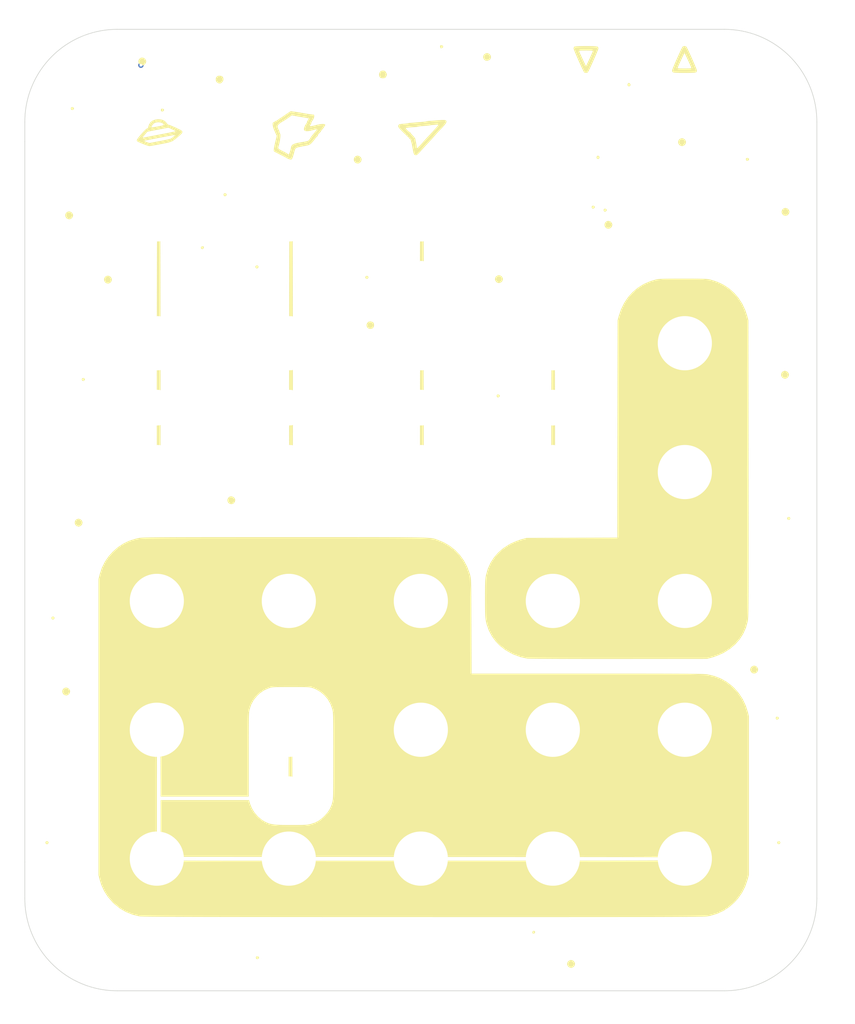
<source format=kicad_pcb>
(kicad_pcb (version 20211014) (generator pcbnew)
  (layers (0 "F.Cu" signal) (31 "B.Cu" signal) (34 "B.Paste" user) (35 "F.Paste" user) (36 "B.SilkS" user "B.Silkscreen") (37 "F.SilkS" user "F.Silkscreen") (38 "B.Mask" user) (39 "F.Mask" user) (44 "Edge.Cuts" user))
  (net 0 "")
  (net 1 "GND")
  (footprint "MyLibraryFootprints:MyThroughHole" (layer "F.Cu") (at 186 107)
    (fp_text reference "H14" hide)
    (fp_text value "MountingHoleBig")
    (pad "" np_thru_hole circle (at 0 0) (size 8.2 8.2) (drill 8.2) (layers F&B.Cu *.Mask))
  )
  (footprint "MyLibraryFootprints:MyThroughHole" (layer "F.Cu") (at 186 68)
    (fp_text reference "H18" hide)
    (fp_text value "MountingHoleBig")
    (pad "" np_thru_hole circle (at 0 0) (size 8.2 8.2) (drill 8.2) (layers F&B.Cu *.Mask))
  )
  (footprint "MyLibraryFootprints:MyThroughHoleLed" (layer "F.Cu") (at 186 97.25)
    (fp_text reference "H6" hide)
    (fp_text value "MountingHoleLed")
    (pad "" np_thru_hole circle (at 0 0) (size 5.4 5.4) (drill 5.4) (layers F&B.Cu *.Mask))
  )
  (footprint "MyLibraryFootprints:MyThroughHole" (layer "F.Cu") (at 206 146)
    (fp_text reference "H30" hide)
    (fp_text value "MountingHoleBig")
    (pad "" np_thru_hole circle (at 0 0) (size 8.2 8.2) (drill 8.2) (layers F&B.Cu *.Mask))
  )
  (footprint "MyLibraryFootprints:MyThroughHoleLed" (layer "F.Cu") (at 206 77.75)
    (fp_text reference "H5" hide)
    (fp_text value "MountingHoleLed")
    (pad "" np_thru_hole circle (at 0 0) (size 5.4 5.4) (drill 5.4) (layers F&B.Cu *.Mask))
  )
  (footprint "MyLibraryFootprints:MyThroughHoleLed" (layer "F.Cu") (at 186 155.75)
    (fp_text reference "H1" hide)
    (fp_text value "MountingHoleLed")
    (pad "" np_thru_hole circle (at 0 0) (size 5.4 5.4) (drill 5.4) (layers F&B.Cu *.Mask))
  )
  (footprint "MyLibraryFootprints:MyThroughHole" (layer "F.Cu") (at 186 87.5)
    (fp_text reference "H21" hide)
    (fp_text value "MountingHoleBig")
    (pad "" np_thru_hole circle (at 0 0) (size 8.2 8.2) (drill 8.2) (layers F&B.Cu *.Mask))
  )
  (footprint "MyLibraryFootprints:MyThroughHole" (layer "F.Cu") (at 186 165.5)
    (fp_text reference "H20" hide)
    (fp_text value "MountingHoleBig")
    (pad "" np_thru_hole circle (at 0 0) (size 8.2 8.2) (drill 8.2) (layers F&B.Cu *.Mask))
  )
  (footprint "MyLibraryFootprints:MyThroughHole" (layer "F.Cu") (at 166 146)
    (fp_text reference "H25" hide)
    (fp_text value "MountingHoleBig")
    (pad "" np_thru_hole circle (at 0 0) (size 8.2 8.2) (drill 8.2) (layers F&B.Cu *.Mask))
  )
  (footprint "MyLibraryFootprints:MyThroughHole" (layer "F.Cu") (at 206 126.5)
    (fp_text reference "H16" hide)
    (fp_text value "MountingHoleBig")
    (pad "" np_thru_hole circle (at 0 0) (size 8.2 8.2) (drill 8.2) (layers F&B.Cu *.Mask))
  )
  (footprint "MyLibraryFootprints:MyThroughHole" (layer "F.Cu") (at 226 87.5)
    (fp_text reference "H19" hide)
    (fp_text value "MountingHoleBig")
    (pad "" np_thru_hole circle (at 0 0) (size 8.2 8.2) (drill 8.2) (layers F&B.Cu *.Mask))
  )
  (footprint "MyLibraryFootprints:MyThroughHole" (layer "F.Cu") (at 166 107)
    (fp_text reference "H8" hide)
    (fp_text value "MountingHoleBig")
    (pad "" np_thru_hole circle (at 0 0) (size 8.2 8.2) (drill 8.2) (layers F&B.Cu *.Mask))
  )
  (footprint "MyLibraryFootprints:MyThroughHole" (layer "F.Cu") (at 226 68)
    (fp_text reference "H36" hide)
    (fp_text value "MountingHoleBig")
    (pad "" np_thru_hole circle (at 0 0) (size 8.2 8.2) (drill 8.2) (layers F&B.Cu *.Mask))
  )
  (footprint "MyLibraryFootprints:MyThroughHole" (layer "F.Cu") (at 226 165.5)
    (fp_text reference "H11" hide)
    (fp_text value "MountingHoleBig")
    (pad "" np_thru_hole circle (at 0 0) (size 8.2 8.2) (drill 8.2) (layers F&B.Cu *.Mask))
  )
  (footprint "MyLibraryFootprints:MyThroughHoleLed" (layer "F.Cu") (at 206 97.25)
    (fp_text reference "H4" hide)
    (fp_text value "MountingHoleLed")
    (pad "" np_thru_hole circle (at 0 0) (size 5.4 5.4) (drill 5.4) (layers F&B.Cu *.Mask))
  )
  (footprint "MyLibraryFootprints:MyThroughHole" (layer "F.Cu") (at 166 126.5)
    (fp_text reference "H26" hide)
    (fp_text value "MountingHoleBig")
    (pad "" np_thru_hole circle (at 0 0) (size 8.2 8.2) (drill 8.2) (layers F&B.Cu *.Mask))
  )
  (footprint "MyLibraryFootprints:MyThroughHole" (layer "F.Cu") (at 166 165.5)
    (fp_text reference "H31" hide)
    (fp_text value "MountingHoleBig")
    (pad "" np_thru_hole circle (at 0 0) (size 8.2 8.2) (drill 8.2) (layers F&B.Cu *.Mask))
  )
  (footprint "MyLibraryFootprints:MyThroughHole" (layer "F.Cu") (at 226 146)
    (fp_text reference "H17" hide)
    (fp_text value "MountingHoleBig")
    (pad "" np_thru_hole circle (at 0 0) (size 8.2 8.2) (drill 8.2) (layers F&B.Cu *.Mask))
  )
  (footprint "MyLibraryFootprints:MyThroughHole" (layer "F.Cu") (at 206 87.5)
    (fp_text reference "H33" hide)
    (fp_text value "MountingHoleBig")
    (pad "" np_thru_hole circle (at 0 0) (size 8.2 8.2) (drill 8.2) (layers F&B.Cu *.Mask))
  )
  (footprint "MyLibraryFootprints:MyThroughHole" (layer "F.Cu") (at 246 68)
    (fp_text reference "H22" hide)
    (fp_text value "MountingHoleBig")
    (pad "" np_thru_hole circle (at 0 0) (size 8.2 8.2) (drill 8.2) (layers F&B.Cu *.Mask))
  )
  (footprint "MyLibraryFootprints:MyThroughHoleLed" (layer "F.Cu") (at 226 97.25)
    (fp_text reference "H3" hide)
    (fp_text value "MountingHoleLed")
    (pad "" np_thru_hole circle (at 0 0) (size 5.4 5.4) (drill 5.4) (layers F&B.Cu *.Mask))
  )
  (footprint "MyLibraryFootprints:MyThroughHoleLed" (layer "F.Cu") (at 166 97.25)
    (fp_text reference "H2" hide)
    (fp_text value "MountingHoleLed")
    (pad "" np_thru_hole circle (at 0 0) (size 5.4 5.4) (drill 5.4) (layers F&B.Cu *.Mask))
  )
  (footprint "MyLibraryFootprints:MyThroughHole" (layer "F.Cu") (at 186 146)
    (fp_text reference "H23" hide)
    (fp_text value "MountingHoleBig")
    (pad "" np_thru_hole circle (at 0 0) (size 8.2 8.2) (drill 8.2) (layers F&B.Cu *.Mask))
  )
  (footprint "MyLibraryFootprints:MyThroughHole" (layer "F.Cu") (at 186 126.5)
    (fp_text reference "H32" hide)
    (fp_text value "MountingHoleBig")
    (pad "" np_thru_hole circle (at 0 0) (size 8.2 8.2) (drill 8.2) (layers F&B.Cu *.Mask))
  )
  (footprint "MyLibraryFootprints:MyThroughHole" (layer "F.Cu") (at 246 107)
    (fp_text reference "H28" hide)
    (fp_text value "MountingHoleBig")
    (pad "" np_thru_hole circle (at 0 0) (size 8.2 8.2) (drill 8.2) (layers F&B.Cu *.Mask))
  )
  (footprint "MyLibraryFootprints:MyThroughHole" (layer "F.Cu") (at 166 87.5)
    (fp_text reference "H35" hide)
    (fp_text value "MountingHoleBig")
    (pad "" np_thru_hole circle (at 0 0) (size 8.2 8.2) (drill 8.2) (layers F&B.Cu *.Mask))
  )
  (footprint "MyLibraryFootprints:MyThroughHole" (layer "F.Cu") (at 206 107)
    (fp_text reference "H7" hide)
    (fp_text value "MountingHoleBig")
    (pad "" np_thru_hole circle (at 0 0) (size 8.2 8.2) (drill 8.2) (layers F&B.Cu *.Mask))
  )
  (footprint "MyLibraryFootprints:MyThroughHole" (layer "F.Cu") (at 206 165.5)
    (fp_text reference "H12" hide)
    (fp_text value "MountingHoleBig")
    (pad "" np_thru_hole circle (at 0 0) (size 8.2 8.2) (drill 8.2) (layers F&B.Cu *.Mask))
  )
  (footprint "MyLibraryFootprints:MyThroughHole" (layer "F.Cu") (at 206 68)
    (fp_text reference "H34" hide)
    (fp_text value "MountingHoleBig")
    (pad "" np_thru_hole circle (at 0 0) (size 8.2 8.2) (drill 8.2) (layers F&B.Cu *.Mask))
  )
  (footprint "MyLibraryFootprints:MyThroughHole" (layer "F.Cu") (at 226 126.5)
    (fp_text reference "H27" hide)
    (fp_text value "MountingHoleBig")
    (pad "" np_thru_hole circle (at 0 0) (size 8.2 8.2) (drill 8.2) (layers F&B.Cu *.Mask))
  )
  (footprint "MyLibraryFootprints:MyThroughHole" (layer "F.Cu") (at 246 146)
    (fp_text reference "H9" hide)
    (fp_text value "MountingHoleBig")
    (pad "" np_thru_hole circle (at 0 0) (size 8.2 8.2) (drill 8.2) (layers F&B.Cu *.Mask))
  )
  (footprint "MyLibraryFootprints:MyThroughHole" (layer "F.Cu") (at 246 126.5)
    (fp_text reference "H13" hide)
    (fp_text value "MountingHoleBig")
    (pad "" np_thru_hole circle (at 0 0) (size 8.2 8.2) (drill 8.2) (layers F&B.Cu *.Mask))
  )
  (footprint "MyLibraryFootprints:MyThroughHole" (layer "F.Cu") (at 246 87.5)
    (fp_text reference "H15" hide)
    (fp_text value "MountingHoleBig")
    (pad "" np_thru_hole circle (at 0 0) (size 8.2 8.2) (drill 8.2) (layers F&B.Cu *.Mask))
  )
  (footprint "MyLibraryFootprints:MyThroughHole" (layer "F.Cu") (at 226 107)
    (fp_text reference "H29" hide)
    (fp_text value "MountingHoleBig")
    (pad "" np_thru_hole circle (at 0 0) (size 8.2 8.2) (drill 8.2) (layers F&B.Cu *.Mask))
  )
  (footprint "LOGO" (layer "F.Cu") (at 206 113)
    (fp_text reference "G***" hide)
    (fp_text value "LOGO" hide)
  )
  (footprint "MyLibraryFootprints:MyThroughHole" (layer "F.Cu") (at 166 68)
    (fp_text reference "H10" hide)
    (fp_text value "MountingHoleBig")
    (pad "" np_thru_hole circle (at 0 0) (size 8.2 8.2) (drill 8.2) (layers F&B.Cu *.Mask))
  )
  (footprint "MyLibraryFootprints:MyThroughHole" (layer "F.Cu") (at 246 165.5)
    (fp_text reference "H24" hide)
    (fp_text value "MountingHoleBig")
    (pad "" np_thru_hole circle (at 0 0) (size 8.2 8.2) (drill 8.2) (layers F&B.Cu *.Mask))
  )
  (gr_arc (start 146 54) (mid 150.100505 44.100505) (end 160 40) (layer "Edge.Cuts") (width 0.1))
  (gr_line (start 160 40) (end 252 40) (layer "Edge.Cuts") (width 0.1))
  (gr_arc (start 160 185.5) (mid 150.100505 181.399495) (end 146 171.5) (layer "Edge.Cuts") (width 0.1))
  (gr_line (start 146 57) (end 146 166) (layer "Edge.Cuts") (width 0.1))
  (gr_line (start 146 54) (end 146 57) (layer "Edge.Cuts") (width 0.1))
  (gr_line (start 146 171.5) (end 146 166) (layer "Edge.Cuts") (width 0.1))
  (gr_arc (start 266 171.5) (mid 261.899495 181.399495) (end 252 185.5) (layer "Edge.Cuts") (width 0.1))
  (gr_line (start 252 185.5) (end 160 185.5) (layer "Edge.Cuts") (width 0.1))
  (gr_line (start 266 54) (end 266 171.5) (layer "Edge.Cuts") (width 0.1))
  (gr_arc (start 252 40) (mid 261.899495 44.100505) (end 266 54) (layer "Edge.Cuts") (width 0.1))
  (via (at 163.59 45.43) (size 0.8) (drill 0.4) (layers "F.Cu" "B.Cu") (net 0))
)
</source>
